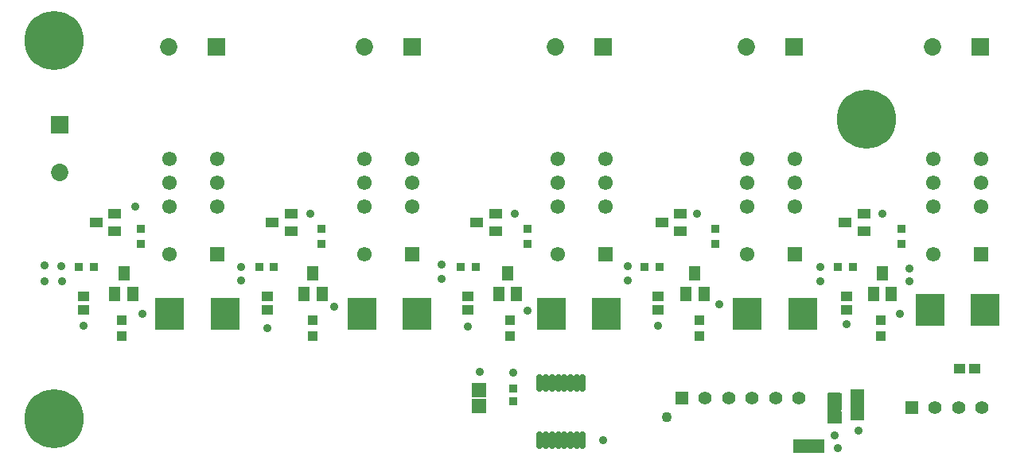
<source format=gts>
G04*
G04 #@! TF.GenerationSoftware,Altium Limited,Altium Designer,21.4.1 (30)*
G04*
G04 Layer_Color=8388736*
%FSLAX25Y25*%
%MOIN*%
G70*
G04*
G04 #@! TF.SameCoordinates,1266B52B-6285-4ABA-978B-C55B880163AB*
G04*
G04*
G04 #@! TF.FilePolarity,Negative*
G04*
G01*
G75*
%ADD15R,0.03591X0.03381*%
%ADD16R,0.03985X0.04168*%
%ADD18R,0.03381X0.03591*%
%ADD21R,0.06127X0.06213*%
%ADD23R,0.03543X0.03347*%
%ADD25R,0.04562X0.03985*%
%ADD27R,0.00400X0.00400*%
%ADD28R,0.01900X0.00900*%
%ADD29R,0.00900X0.01900*%
%ADD30R,0.12020X0.13398*%
%ADD31R,0.05524X0.03950*%
%ADD32R,0.04737X0.06312*%
%ADD33R,0.04737X0.03950*%
G04:AMPARAMS|DCode=34|XSize=25.72mil|YSize=70.99mil|CornerRadius=5.95mil|HoleSize=0mil|Usage=FLASHONLY|Rotation=180.000|XOffset=0mil|YOffset=0mil|HoleType=Round|Shape=RoundedRectangle|*
%AMROUNDEDRECTD34*
21,1,0.02572,0.05909,0,0,180.0*
21,1,0.01382,0.07099,0,0,180.0*
1,1,0.01190,-0.00691,0.02955*
1,1,0.01190,0.00691,0.02955*
1,1,0.01190,0.00691,-0.02955*
1,1,0.01190,-0.00691,-0.02955*
%
%ADD34ROUNDEDRECTD34*%
%ADD35R,0.04800X0.05800*%
%ADD36R,0.05800X0.04800*%
%ADD37C,0.06102*%
%ADD38R,0.06102X0.06102*%
%ADD39C,0.07296*%
%ADD40R,0.07296X0.07296*%
%ADD41C,0.05512*%
%ADD42R,0.05512X0.05512*%
%ADD43C,0.04331*%
%ADD44R,0.07296X0.07296*%
%ADD45C,0.24800*%
%ADD46C,0.03600*%
G36*
X632052Y260797D02*
X632104Y260787D01*
X632153Y260770D01*
X632200Y260747D01*
X632244Y260718D01*
X632283Y260683D01*
X632318Y260644D01*
X632347Y260600D01*
X632370Y260553D01*
X632387Y260504D01*
X632397Y260452D01*
X632401Y260400D01*
Y253800D01*
X632397Y253748D01*
X632387Y253696D01*
X632370Y253647D01*
X632347Y253600D01*
X632318Y253556D01*
X632283Y253517D01*
X632244Y253482D01*
X632200Y253453D01*
X632153Y253430D01*
X632104Y253413D01*
X632052Y253403D01*
X632000Y253399D01*
X631948Y253403D01*
X631896Y253413D01*
X631847Y253430D01*
X631828Y253439D01*
X632283Y252983D01*
X632318Y252944D01*
X632347Y252900D01*
X632370Y252853D01*
X632387Y252804D01*
X632397Y252752D01*
X632401Y252700D01*
Y248200D01*
X632397Y248148D01*
X632387Y248096D01*
X632370Y248047D01*
X632347Y248000D01*
X632318Y247956D01*
X632283Y247917D01*
X632244Y247882D01*
X632200Y247853D01*
X632153Y247830D01*
X632104Y247813D01*
X632052Y247803D01*
X632000Y247799D01*
X627000D01*
X626948Y247803D01*
X626896Y247813D01*
X626847Y247830D01*
X626800Y247853D01*
X626756Y247882D01*
X626717Y247917D01*
X626682Y247956D01*
X626653Y248000D01*
X626630Y248047D01*
X626613Y248096D01*
X626603Y248148D01*
X626599Y248200D01*
Y252700D01*
X626603Y252752D01*
X626613Y252804D01*
X626630Y252853D01*
X626653Y252900D01*
X626682Y252944D01*
X626717Y252983D01*
X627172Y253439D01*
X627153Y253430D01*
X627104Y253413D01*
X627052Y253403D01*
X627000Y253399D01*
X626948Y253403D01*
X626896Y253413D01*
X626847Y253430D01*
X626800Y253453D01*
X626756Y253482D01*
X626717Y253517D01*
X626682Y253556D01*
X626653Y253600D01*
X626630Y253647D01*
X626613Y253696D01*
X626603Y253748D01*
X626599Y253800D01*
Y260400D01*
X626603Y260452D01*
X626613Y260504D01*
X626630Y260553D01*
X626653Y260600D01*
X626682Y260644D01*
X626717Y260683D01*
X626756Y260718D01*
X626800Y260747D01*
X626847Y260770D01*
X626896Y260787D01*
X626948Y260797D01*
X627000Y260801D01*
X632000D01*
X632052Y260797D01*
D02*
G37*
G36*
X622552Y259297D02*
X622604Y259287D01*
X622653Y259270D01*
X622700Y259247D01*
X622744Y259218D01*
X622783Y259183D01*
X622818Y259144D01*
X622847Y259100D01*
X622870Y259053D01*
X622887Y259004D01*
X622897Y258952D01*
X622901Y258900D01*
Y252300D01*
X622897Y252248D01*
X622887Y252196D01*
X622870Y252147D01*
X622847Y252100D01*
X622818Y252056D01*
X622783Y252017D01*
X622744Y251982D01*
X622700Y251953D01*
X622653Y251930D01*
X622604Y251913D01*
X622552Y251903D01*
X622500Y251899D01*
X622448Y251903D01*
X622396Y251913D01*
X622347Y251930D01*
X622328Y251939D01*
X622783Y251483D01*
X622818Y251444D01*
X622847Y251400D01*
X622870Y251353D01*
X622887Y251304D01*
X622897Y251252D01*
X622901Y251200D01*
Y246700D01*
X622897Y246648D01*
X622887Y246596D01*
X622870Y246547D01*
X622847Y246500D01*
X622818Y246456D01*
X622783Y246417D01*
X622744Y246382D01*
X622700Y246353D01*
X622653Y246330D01*
X622604Y246313D01*
X622552Y246303D01*
X622500Y246299D01*
X617500D01*
X617448Y246303D01*
X617396Y246313D01*
X617347Y246330D01*
X617300Y246353D01*
X617256Y246382D01*
X617217Y246417D01*
X617182Y246456D01*
X617153Y246500D01*
X617130Y246547D01*
X617113Y246596D01*
X617103Y246648D01*
X617099Y246700D01*
Y251200D01*
X617103Y251252D01*
X617113Y251304D01*
X617130Y251353D01*
X617153Y251400D01*
X617182Y251444D01*
X617217Y251483D01*
X617672Y251939D01*
X617653Y251930D01*
X617604Y251913D01*
X617552Y251903D01*
X617500Y251899D01*
X617448Y251903D01*
X617396Y251913D01*
X617347Y251930D01*
X617300Y251953D01*
X617256Y251982D01*
X617217Y252017D01*
X617182Y252056D01*
X617153Y252100D01*
X617130Y252147D01*
X617113Y252196D01*
X617103Y252248D01*
X617099Y252300D01*
Y258900D01*
X617103Y258952D01*
X617113Y259004D01*
X617130Y259053D01*
X617153Y259100D01*
X617182Y259144D01*
X617217Y259183D01*
X617256Y259218D01*
X617300Y259247D01*
X617347Y259270D01*
X617396Y259287D01*
X617448Y259297D01*
X617500Y259301D01*
X622500D01*
X622552Y259297D01*
D02*
G37*
G36*
X615452Y239897D02*
X615504Y239887D01*
X615553Y239870D01*
X615600Y239847D01*
X615644Y239818D01*
X615683Y239783D01*
X615718Y239744D01*
X615747Y239700D01*
X615770Y239653D01*
X615787Y239604D01*
X615797Y239552D01*
X615801Y239500D01*
Y234500D01*
X615797Y234448D01*
X615787Y234396D01*
X615770Y234347D01*
X615747Y234300D01*
X615718Y234256D01*
X615683Y234217D01*
X615644Y234182D01*
X615600Y234153D01*
X615553Y234130D01*
X615504Y234113D01*
X615452Y234103D01*
X615400Y234099D01*
X608800D01*
X608748Y234103D01*
X608696Y234113D01*
X608647Y234130D01*
X608600Y234153D01*
X608556Y234182D01*
X608517Y234217D01*
X608482Y234256D01*
X608453Y234300D01*
X608430Y234347D01*
X608413Y234396D01*
X608403Y234448D01*
X608399Y234500D01*
X608403Y234552D01*
X608413Y234604D01*
X608430Y234653D01*
X608439Y234672D01*
X607983Y234217D01*
X607944Y234182D01*
X607900Y234153D01*
X607853Y234130D01*
X607804Y234113D01*
X607752Y234103D01*
X607700Y234099D01*
X603200D01*
X603148Y234103D01*
X603096Y234113D01*
X603047Y234130D01*
X603000Y234153D01*
X602956Y234182D01*
X602917Y234217D01*
X602882Y234256D01*
X602853Y234300D01*
X602830Y234347D01*
X602813Y234396D01*
X602803Y234448D01*
X602799Y234500D01*
Y239500D01*
X602803Y239552D01*
X602813Y239604D01*
X602830Y239653D01*
X602853Y239700D01*
X602882Y239744D01*
X602917Y239783D01*
X602956Y239818D01*
X603000Y239847D01*
X603047Y239870D01*
X603096Y239887D01*
X603148Y239897D01*
X603200Y239901D01*
X607700D01*
X607752Y239897D01*
X607804Y239887D01*
X607853Y239870D01*
X607900Y239847D01*
X607944Y239818D01*
X607983Y239783D01*
X608439Y239328D01*
X608430Y239347D01*
X608413Y239396D01*
X608403Y239448D01*
X608399Y239500D01*
X608403Y239552D01*
X608413Y239604D01*
X608430Y239653D01*
X608453Y239700D01*
X608482Y239744D01*
X608517Y239783D01*
X608556Y239818D01*
X608600Y239847D01*
X608647Y239870D01*
X608696Y239887D01*
X608748Y239897D01*
X608800Y239901D01*
X615400D01*
X615452Y239897D01*
D02*
G37*
%LPC*%
G36*
X629500Y255733D02*
X629328Y255561D01*
X629347Y255570D01*
X629396Y255587D01*
X629448Y255597D01*
X629500Y255601D01*
X629552Y255597D01*
X629604Y255587D01*
X629653Y255570D01*
X629672Y255561D01*
X629500Y255733D01*
D02*
G37*
G36*
X620000Y254233D02*
X619828Y254061D01*
X619847Y254070D01*
X619896Y254087D01*
X619948Y254097D01*
X620000Y254101D01*
X620052Y254097D01*
X620104Y254087D01*
X620153Y254070D01*
X620172Y254061D01*
X620000Y254233D01*
D02*
G37*
G36*
X610561Y237172D02*
X610570Y237153D01*
X610587Y237104D01*
X610597Y237052D01*
X610601Y237000D01*
X610597Y236948D01*
X610587Y236896D01*
X610570Y236847D01*
X610561Y236828D01*
X610733Y237000D01*
X610561Y237172D01*
D02*
G37*
%LPD*%
D15*
X491500Y321942D02*
D03*
X648000D02*
D03*
X329500D02*
D03*
X405000D02*
D03*
X570000D02*
D03*
X405000Y328058D02*
D03*
X648000D02*
D03*
X491500D02*
D03*
X329500D02*
D03*
X570000D02*
D03*
D16*
X639500Y283048D02*
D03*
X321500D02*
D03*
X401500D02*
D03*
X563500D02*
D03*
X401500Y289952D02*
D03*
X484000D02*
D03*
Y283048D02*
D03*
X639500Y289952D02*
D03*
X321500D02*
D03*
X563500D02*
D03*
D18*
X385058Y312000D02*
D03*
X378942D02*
D03*
X621442D02*
D03*
X627558D02*
D03*
X463442D02*
D03*
X469558D02*
D03*
X303442D02*
D03*
X309558D02*
D03*
X540442D02*
D03*
X546558D02*
D03*
D21*
X471000Y260500D02*
D03*
Y253696D02*
D03*
D23*
X485500Y261059D02*
D03*
Y255941D02*
D03*
D25*
X672245Y269500D02*
D03*
X678755D02*
D03*
D27*
X610600Y237000D02*
D03*
X620000Y254100D02*
D03*
X629500Y255600D02*
D03*
D28*
X607950Y239450D02*
D03*
X608450Y234550D02*
D03*
D29*
X617550Y251450D02*
D03*
X622450Y251950D02*
D03*
X627050Y252950D02*
D03*
X631950Y253450D02*
D03*
D30*
X524500Y292500D02*
D03*
X683114Y294000D02*
D03*
X364728Y292500D02*
D03*
X445114D02*
D03*
X606614D02*
D03*
X501272D02*
D03*
X659886Y294000D02*
D03*
X341500Y292500D02*
D03*
X421886D02*
D03*
X583386D02*
D03*
D31*
X392374Y327000D02*
D03*
Y334480D02*
D03*
X384500Y330740D02*
D03*
X624500D02*
D03*
X632374Y334480D02*
D03*
Y327000D02*
D03*
X470063Y330740D02*
D03*
X477937Y334480D02*
D03*
Y327000D02*
D03*
X310563Y330740D02*
D03*
X318437Y334480D02*
D03*
Y327000D02*
D03*
X547626Y330740D02*
D03*
X555500Y334480D02*
D03*
Y327000D02*
D03*
D32*
X397760Y300669D02*
D03*
X405240D02*
D03*
X401500Y309331D02*
D03*
X640000D02*
D03*
X643740Y300669D02*
D03*
X636260D02*
D03*
X483000Y309331D02*
D03*
X486740Y300669D02*
D03*
X479260D02*
D03*
X322260Y309331D02*
D03*
X326000Y300669D02*
D03*
X318520D02*
D03*
X561500Y309331D02*
D03*
X565240Y300669D02*
D03*
X557760D02*
D03*
D33*
X382500Y294047D02*
D03*
Y299953D02*
D03*
X625000D02*
D03*
Y294047D02*
D03*
X466500Y299953D02*
D03*
Y294047D02*
D03*
X305500Y299953D02*
D03*
Y294047D02*
D03*
X546000Y299953D02*
D03*
Y294047D02*
D03*
D34*
X496543Y239492D02*
D03*
X499102D02*
D03*
X501661D02*
D03*
X504220D02*
D03*
X506779D02*
D03*
X509339D02*
D03*
X511898D02*
D03*
X514457D02*
D03*
X496543Y263508D02*
D03*
X499102D02*
D03*
X501661D02*
D03*
X504220D02*
D03*
X506779D02*
D03*
X509339D02*
D03*
X511898D02*
D03*
X514457D02*
D03*
D35*
X605500Y237000D02*
D03*
X613400D02*
D03*
D36*
X620000Y249000D02*
D03*
Y256900D02*
D03*
X629500Y250500D02*
D03*
Y258400D02*
D03*
D37*
X504000Y317500D02*
D03*
X661500D02*
D03*
X341500D02*
D03*
X423000D02*
D03*
X583500D02*
D03*
X443000Y337500D02*
D03*
Y347500D02*
D03*
Y357500D02*
D03*
X423000D02*
D03*
Y347500D02*
D03*
Y337500D02*
D03*
X661500D02*
D03*
Y347500D02*
D03*
Y357500D02*
D03*
X681500D02*
D03*
Y347500D02*
D03*
Y337500D02*
D03*
X504000D02*
D03*
Y347500D02*
D03*
Y357500D02*
D03*
X524000D02*
D03*
Y347500D02*
D03*
Y337500D02*
D03*
X341500D02*
D03*
Y347500D02*
D03*
Y357500D02*
D03*
X361500D02*
D03*
Y347500D02*
D03*
Y337500D02*
D03*
X583500D02*
D03*
Y347500D02*
D03*
Y357500D02*
D03*
X603500D02*
D03*
Y347500D02*
D03*
Y337500D02*
D03*
D38*
X443000Y317500D02*
D03*
X681500D02*
D03*
X524000D02*
D03*
X361500D02*
D03*
X603500D02*
D03*
D39*
X423000Y404500D02*
D03*
X295422Y351834D02*
D03*
X661000Y404500D02*
D03*
X503000D02*
D03*
X341000D02*
D03*
X583000D02*
D03*
D40*
X443000D02*
D03*
X681000D02*
D03*
X523000D02*
D03*
X361000D02*
D03*
X603000D02*
D03*
D41*
X585421Y257067D02*
D03*
X595264D02*
D03*
X605106D02*
D03*
X662157Y253000D02*
D03*
X672000D02*
D03*
X681843D02*
D03*
X575579Y257067D02*
D03*
X565736D02*
D03*
D42*
X652315Y253000D02*
D03*
X555894Y257067D02*
D03*
D43*
X549594Y249193D02*
D03*
D44*
X295422Y371834D02*
D03*
D45*
X633500Y374000D02*
D03*
X293000Y407000D02*
D03*
Y248500D02*
D03*
D46*
X651500Y306000D02*
D03*
Y311500D02*
D03*
X614000Y306000D02*
D03*
Y312000D02*
D03*
X533500Y306609D02*
D03*
Y312609D02*
D03*
X455500Y307000D02*
D03*
Y313000D02*
D03*
X371500Y306609D02*
D03*
Y312109D02*
D03*
X296500Y306000D02*
D03*
X296000Y312500D02*
D03*
X289000Y306000D02*
D03*
X289001Y312906D02*
D03*
X621500Y236000D02*
D03*
X523000Y239500D02*
D03*
X485233Y267741D02*
D03*
X471500Y268000D02*
D03*
X305500Y287500D02*
D03*
X330000Y292500D02*
D03*
X327000Y337500D02*
D03*
X382500Y286500D02*
D03*
X410500Y295500D02*
D03*
X400500Y334500D02*
D03*
X466500Y287000D02*
D03*
X486000Y334500D02*
D03*
X491329Y293680D02*
D03*
X562500Y334500D02*
D03*
X546000Y287500D02*
D03*
X571571Y296364D02*
D03*
X640000Y334500D02*
D03*
X647500Y292500D02*
D03*
X625000Y288000D02*
D03*
X630000Y243500D02*
D03*
X620000Y241500D02*
D03*
M02*

</source>
